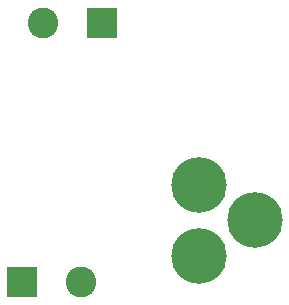
<source format=gbs>
%TF.GenerationSoftware,KiCad,Pcbnew,8.0.4*%
%TF.CreationDate,2024-11-20T20:43:31-05:00*%
%TF.ProjectId,voltage_regulator_5V_ap2210,766f6c74-6167-4655-9f72-6567756c6174,rev?*%
%TF.SameCoordinates,Original*%
%TF.FileFunction,Soldermask,Bot*%
%TF.FilePolarity,Negative*%
%FSLAX46Y46*%
G04 Gerber Fmt 4.6, Leading zero omitted, Abs format (unit mm)*
G04 Created by KiCad (PCBNEW 8.0.4) date 2024-11-20 20:43:31*
%MOMM*%
%LPD*%
G01*
G04 APERTURE LIST*
%ADD10R,2.600000X2.600000*%
%ADD11C,2.600000*%
%ADD12C,4.704000*%
G04 APERTURE END LIST*
D10*
%TO.C,J3*%
X104000000Y-46250000D03*
D11*
X99000000Y-46250000D03*
%TD*%
D12*
%TO.C,J2*%
X112250000Y-60000000D03*
X112250000Y-66000000D03*
X116950000Y-63000000D03*
%TD*%
D10*
%TO.C,J1*%
X97250000Y-68250000D03*
D11*
X102250000Y-68250000D03*
%TD*%
M02*

</source>
